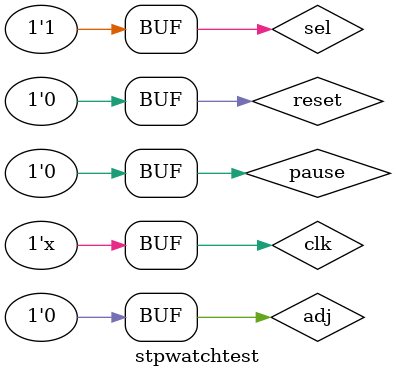
<source format=v>
`timescale 1ns / 1ps


module stpwatchtest;

	// Inputs
	reg reset;
	reg pause;
	reg sel;
	reg adj;
	reg clk;

	// Outputs
	wire [3:0] m0;
	wire [3:0] m1;
	wire [3:0] s0;
	wire [3:0] s1;
	wire [7:0] seg;
	wire [3:0] an;

	// Instantiate the Unit Under Test (UUT)
	stop_watch uut (
		.reset(reset), 
		.pause(pause), 
		.sel(sel), 
		.adj(adj), 
		.clk(clk), 
		.m0(m0), 
		.m1(m1), 
		.s0(s0), 
		.s1(s1), 
		.seg(seg), 
		.an(an)
	);

	initial begin
		// Initialize Inputs
		reset = 0;
		pause = 0;
		sel = 1;
		adj = 1;
		clk = 0;

		// Wait 100 ns for global reset to finish
		#100;
		
		#1000000 sel = 0;
		#1000000 sel = 1;
		#1000000 adj = 0;
		#1000000 pause = 1;
		#100 pause = 0;
		#1000000 pause = 1;
		#100 pause = 0;
		#1000000 reset = 1;
		#100 reset = 0;
		
        
		// Add stimulus here

	end
	
	always clk = #1 ~clk;
      
endmodule


</source>
